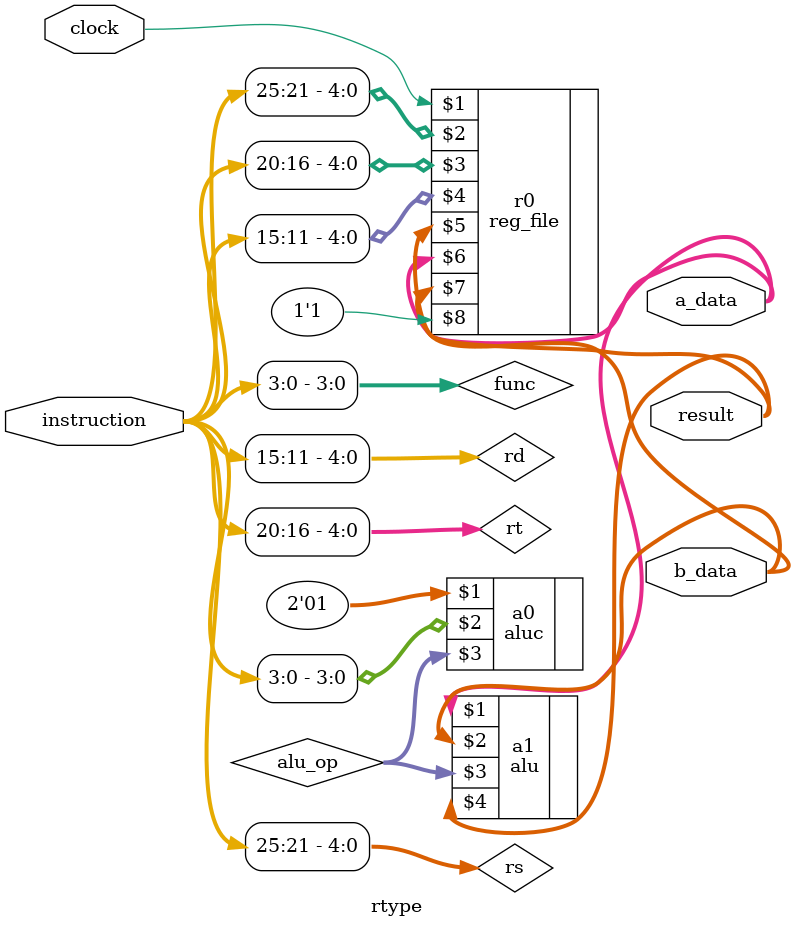
<source format=v>
`timescale 1ns / 1ps

module rtype(
	input clock,
	input [31:0] instruction,
	output [31:0] a_data,
	output [31:0] b_data,
	output [31:0] result
);

wire [4:0] rs, rt, rd;
assign rs = instruction[25:21];
assign rt = instruction[20:16];
assign rd = instruction[15:11];
reg_file r0(clock, rs, rt, rd, result, a_data, b_data, 1'b1);

wire [2:0] alu_op;
wire [3:0] func;
assign func = instruction[3:0];
aluc a0(2'b01, func, alu_op);
alu a1(a_data, b_data, alu_op, result);

endmodule


</source>
